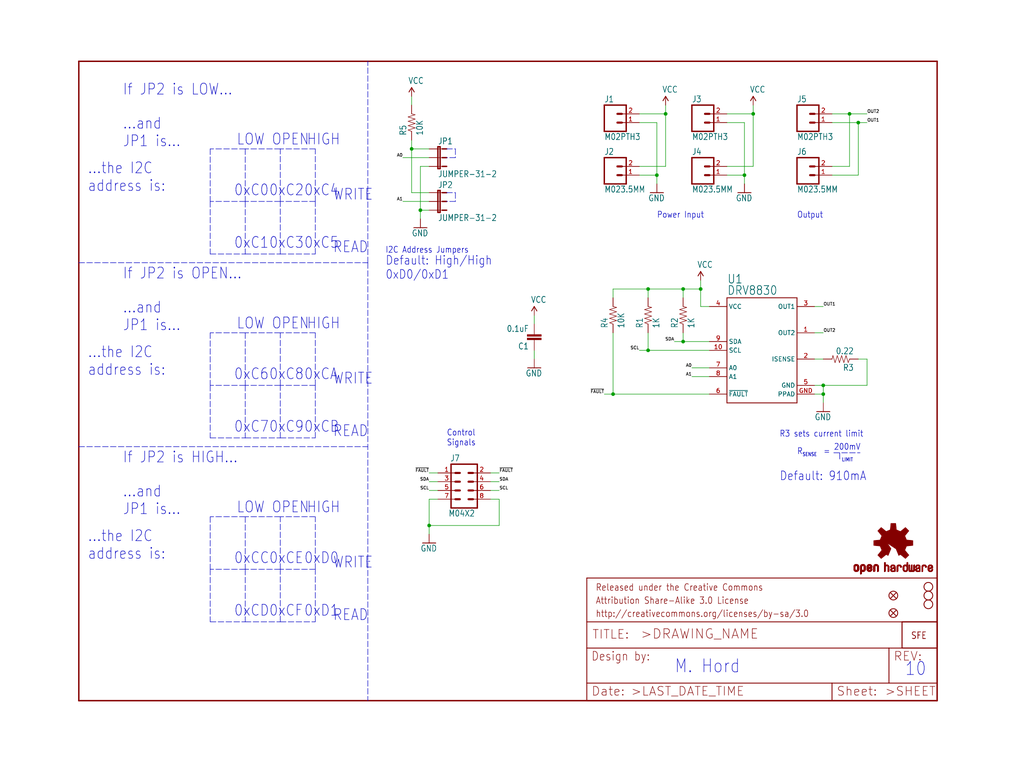
<source format=kicad_sch>
(kicad_sch (version 20211123) (generator eeschema)
  (paper "User" 297.002 223.926)
  (lib_symbols
    (symbol "schematicEagle-eagle-import:0.1UF-25V(+80{slash}-20%)(0603)"
      (property "Reference" "C" (at 1.524 2.921 0))
      (property "Value" "0.1UF-25V(+80{slash}-20%)(0603)" (at 1.524 -2.159 0))
      (symbol "0.1UF-25V(+80{slash}-20%)(0603)_1_0"
        (pin passive line (at 0 5.08 270) (length 2.54) (name "1") (number "1"))
        (pin passive line (at 0 -2.54 90) (length 2.54) (name "2") (number "2"))
      )
    )
    (symbol "schematicEagle-eagle-import:0.22OHM1{slash}4W1%(0805)"
      (property "Reference" "R" (at -3.81 1.4986 0))
      (property "Value" "0.22OHM1{slash}4W1%(0805)" (at -3.81 -3.302 0))
      (symbol "0.22OHM1{slash}4W1%(0805)_1_0"
        (pin passive line (at -5.08 0 0) (length 2.54) (name "1") (number "1"))
        (pin passive line (at 5.08 0 180) (length 2.54) (name "2") (number "2"))
      )
    )
    (symbol "schematicEagle-eagle-import:10KOHM1{slash}10W1%(0603)0603"
      (property "Reference" "R" (at -3.81 1.4986 0))
      (property "Value" "10KOHM1{slash}10W1%(0603)0603" (at -3.81 -3.302 0))
      (symbol "10KOHM1{slash}10W1%(0603)0603_1_0"
        (pin passive line (at -5.08 0 0) (length 2.54) (name "1") (number "1"))
        (pin passive line (at 5.08 0 180) (length 2.54) (name "2") (number "2"))
      )
    )
    (symbol "schematicEagle-eagle-import:1KOHM1{slash}10W1%(0603)"
      (property "Reference" "R" (at -3.81 1.4986 0))
      (property "Value" "1KOHM1{slash}10W1%(0603)" (at -3.81 -3.302 0))
      (symbol "1KOHM1{slash}10W1%(0603)_1_0"
        (pin passive line (at -5.08 0 0) (length 2.54) (name "1") (number "1"))
        (pin passive line (at 5.08 0 180) (length 2.54) (name "2") (number "2"))
      )
    )
    (symbol "schematicEagle-eagle-import:DRV8830"
      (property "Reference" "U" (at -10.16 19.304 0))
      (property "Value" "DRV8830" (at -10.16 16.002 0))
      (symbol "DRV8830_1_0"
        (pin bidirectional line (at 15.24 5.08 180) (length 5.08) (name "OUT2") (number "1"))
        (pin bidirectional line (at -15.24 0 0) (length 5.08) (name "SCL") (number "10"))
        (pin bidirectional line (at 15.24 -2.54 180) (length 5.08) (name "ISENSE") (number "2"))
        (pin bidirectional line (at 15.24 12.7 180) (length 5.08) (name "OUT1") (number "3"))
        (pin bidirectional line (at -15.24 12.7 0) (length 5.08) (name "VCC") (number "4"))
        (pin bidirectional line (at 15.24 -10.16 180) (length 5.08) (name "GND") (number "5"))
        (pin bidirectional line (at -15.24 -12.7 0) (length 5.08) (name "~{FAULT}") (number "6"))
        (pin bidirectional line (at -15.24 -5.08 0) (length 5.08) (name "A0") (number "7"))
        (pin bidirectional line (at -15.24 -7.62 0) (length 5.08) (name "A1") (number "8"))
        (pin bidirectional line (at -15.24 2.54 0) (length 5.08) (name "SDA") (number "9"))
        (pin bidirectional line (at 15.24 -12.7 180) (length 5.08) (name "PPAD") (number "GND"))
      )
    )
    (symbol "schematicEagle-eagle-import:FIDUCIALUFIDUCIAL")
    (symbol "schematicEagle-eagle-import:FRAME-LETTER"
      (symbol "FRAME-LETTER_2_0"
        (text ">DRAWING_NAME" (at 15.494 17.78 0) (effects (font (size 2.7432 2.7432)) (justify left bottom)))
        (text ">LAST_DATE_TIME" (at 12.7 1.27 0) (effects (font (size 2.54 2.54)) (justify left bottom)))
        (text ">SHEET" (at 86.36 1.27 0) (effects (font (size 2.54 2.54)) (justify left bottom)))
        (text "Attribution Share-Alike 3.0 License" (at 2.54 27.94 0) (effects (font (size 1.9304 1.6408)) (justify left bottom)))
        (text "Date:" (at 1.27 1.27 0) (effects (font (size 2.54 2.54)) (justify left bottom)))
        (text "Design by:" (at 1.27 11.43 0) (effects (font (size 2.54 2.159)) (justify left bottom)))
        (text "http://creativecommons.org/licenses/by-sa/3.0" (at 2.54 24.13 0) (effects (font (size 1.9304 1.6408)) (justify left bottom)))
        (text "Released under the Creative Commons" (at 2.54 31.75 0) (effects (font (size 1.9304 1.6408)) (justify left bottom)))
        (text "REV:" (at 88.9 11.43 0) (effects (font (size 2.54 2.54)) (justify left bottom)))
        (text "Sheet:" (at 72.39 1.27 0) (effects (font (size 2.54 2.54)) (justify left bottom)))
        (text "TITLE:" (at 1.524 17.78 0) (effects (font (size 2.54 2.54)) (justify left bottom)))
      )
    )
    (symbol "schematicEagle-eagle-import:GND" (power)
      (property "Value" "GND" (at -2.54 -2.54 0))
      (symbol "GND_1_0"
        (pin power_in line (at 0 2.54 270) (length 2.54) (name "GND") (number "1"))
      )
    )
    (symbol "schematicEagle-eagle-import:JUMPER-31-2"
      (property "Reference" "JP" (at -1.27 0 90))
      (property "Value" "JUMPER-31-2" (at 8.255 0 90))
      (symbol "JUMPER-31-2_1_0"
        (pin passive line (at 0 -2.54 90) (length 2.54) (name "1") (number "1"))
        (pin passive line (at 2.54 -2.54 90) (length 2.54) (name "2") (number "2"))
        (pin passive line (at 5.08 -2.54 90) (length 2.54) (name "3") (number "3"))
      )
    )
    (symbol "schematicEagle-eagle-import:LOGO-SFESK"
      (symbol "LOGO-SFESK_1_0"
        (text "SFE" (at 0 0 0) (effects (font (size 1.9304 1.6408)) (justify left bottom)))
      )
    )
    (symbol "schematicEagle-eagle-import:M023.5MM"
      (property "Reference" "JP" (at -2.54 5.842 0))
      (property "Value" "M023.5MM" (at -2.54 -5.08 0))
      (symbol "M023.5MM_1_0"
        (pin passive line (at 7.62 0 180) (length 5.08) (name "1") (number "1"))
        (pin passive line (at 7.62 2.54 180) (length 5.08) (name "2") (number "2"))
      )
    )
    (symbol "schematicEagle-eagle-import:M02PTH3"
      (property "Reference" "JP" (at -2.54 5.842 0))
      (property "Value" "M02PTH3" (at -2.54 -5.08 0))
      (symbol "M02PTH3_1_0"
        (pin passive line (at 7.62 0 180) (length 5.08) (name "1") (number "1"))
        (pin passive line (at 7.62 2.54 180) (length 5.08) (name "2") (number "2"))
      )
    )
    (symbol "schematicEagle-eagle-import:M04X2"
      (property "Value" "M04X2" (at -4.572 -7.62 0))
      (symbol "M04X2_1_0"
        (pin passive line (at -7.62 5.08 0) (length 5.08) (name "1") (number "1"))
        (pin passive line (at 7.62 5.08 180) (length 5.08) (name "2") (number "2"))
        (pin passive line (at -7.62 2.54 0) (length 5.08) (name "3") (number "3"))
        (pin passive line (at 7.62 2.54 180) (length 5.08) (name "4") (number "4"))
        (pin passive line (at -7.62 0 0) (length 5.08) (name "5") (number "5"))
        (pin passive line (at 7.62 0 180) (length 5.08) (name "6") (number "6"))
        (pin passive line (at -7.62 -2.54 0) (length 5.08) (name "7") (number "7"))
        (pin passive line (at 7.62 -2.54 180) (length 5.08) (name "8") (number "8"))
      )
    )
    (symbol "schematicEagle-eagle-import:OSHW-LOGOS")
    (symbol "schematicEagle-eagle-import:STAND-OFF")
    (symbol "schematicEagle-eagle-import:VCC" (power)
      (property "Value" "VCC" (at -1.016 3.556 0))
      (symbol "VCC_1_0"
        (pin power_in line (at 0 0 90) (length 2.54) (name "VCC") (number "1"))
      )
    )
  )
  (junction (at 124.46 152.4))
  (junction (at 119.38 43.18))
  (junction (at 218.44 33.02))
  (junction (at 203.2 83.82))
  (junction (at 187.96 101.6))
  (junction (at 177.8 114.3))
  (junction (at 121.92 60.96))
  (junction (at 215.9 50.8))
  (junction (at 198.12 99.06))
  (junction (at 198.12 83.82))
  (junction (at 248.92 35.56))
  (junction (at 190.5 50.8))
  (junction (at 193.04 33.02))
  (junction (at 246.38 33.02))
  (junction (at 187.96 83.82))
  (junction (at 238.76 111.76))
  (junction (at 238.76 114.3))
  (wire (pts (xy 124.46 58.42) (xy 116.84 58.42)))
  (wire (pts (xy 190.5 50.8) (xy 190.5 53.34)))
  (polyline (pts (xy 60.96 180.34) (xy 71.12 180.34)))
  (wire (pts (xy 187.96 101.6) (xy 185.42 101.6)))
  (polyline (pts (xy 106.68 76.2) (xy 106.68 203.2)))
  (polyline (pts (xy 91.44 111.76) (xy 91.44 96.52)))
  (wire (pts (xy 236.22 88.9) (xy 238.76 88.9)))
  (wire (pts (xy 246.38 48.26) (xy 241.3 48.26)))
  (polyline (pts (xy 106.68 76.2) (xy 106.68 17.78)))
  (wire (pts (xy 246.38 33.02) (xy 246.38 48.26)))
  (polyline (pts (xy 60.96 96.52) (xy 60.96 111.76)))
  (wire (pts (xy 177.8 96.52) (xy 177.8 114.3)))
  (polyline (pts (xy 81.28 180.34) (xy 91.44 180.34)))
  (wire (pts (xy 246.38 33.02) (xy 251.46 33.02)))
  (wire (pts (xy 127 142.24) (xy 124.46 142.24)))
  (wire (pts (xy 198.12 99.06) (xy 195.58 99.06)))
  (polyline (pts (xy 91.44 180.34) (xy 91.44 165.1)))
  (wire (pts (xy 215.9 53.34) (xy 215.9 50.8)))
  (polyline (pts (xy 132.08 45.72) (xy 129.54 45.72)))
  (wire (pts (xy 185.42 50.8) (xy 190.5 50.8)))
  (wire (pts (xy 210.82 48.26) (xy 218.44 48.26)))
  (wire (pts (xy 124.46 152.4) (xy 124.46 154.94)))
  (wire (pts (xy 238.76 114.3) (xy 238.76 116.84)))
  (wire (pts (xy 119.38 43.18) (xy 124.46 43.18)))
  (polyline (pts (xy 91.44 149.86) (xy 81.28 149.86)))
  (wire (pts (xy 198.12 83.82) (xy 203.2 83.82)))
  (polyline (pts (xy 60.96 165.1) (xy 60.96 180.34)))
  (wire (pts (xy 127 139.7) (xy 124.46 139.7)))
  (polyline (pts (xy 71.12 149.86) (xy 71.12 165.1)))
  (wire (pts (xy 251.46 111.76) (xy 238.76 111.76)))
  (polyline (pts (xy 132.08 43.18) (xy 132.08 45.72)))
  (polyline (pts (xy 91.44 73.66) (xy 91.44 58.42)))
  (polyline (pts (xy 71.12 43.18) (xy 60.96 43.18)))
  (wire (pts (xy 121.92 48.26) (xy 121.92 60.96)))
  (wire (pts (xy 187.96 83.82) (xy 177.8 83.82)))
  (polyline (pts (xy 81.28 58.42) (xy 71.12 58.42)))
  (wire (pts (xy 205.74 106.68) (xy 200.66 106.68)))
  (polyline (pts (xy 60.96 58.42) (xy 60.96 73.66)))
  (wire (pts (xy 121.92 60.96) (xy 124.46 60.96)))
  (polyline (pts (xy 81.28 58.42) (xy 81.28 43.18)))
  (wire (pts (xy 210.82 35.56) (xy 215.9 35.56)))
  (polyline (pts (xy 60.96 73.66) (xy 71.12 73.66)))
  (polyline (pts (xy 91.44 127) (xy 91.44 111.76)))
  (wire (pts (xy 142.24 137.16) (xy 144.78 137.16)))
  (polyline (pts (xy 71.12 111.76) (xy 60.96 111.76)))
  (polyline (pts (xy 71.12 73.66) (xy 81.28 73.66)))
  (wire (pts (xy 142.24 144.78) (xy 144.78 144.78)))
  (wire (pts (xy 248.92 50.8) (xy 248.92 35.56)))
  (polyline (pts (xy 81.28 127) (xy 81.28 111.76)))
  (polyline (pts (xy 81.28 73.66) (xy 91.44 73.66)))
  (wire (pts (xy 203.2 83.82) (xy 203.2 81.28)))
  (wire (pts (xy 119.38 55.88) (xy 119.38 43.18)))
  (wire (pts (xy 142.24 139.7) (xy 144.78 139.7)))
  (polyline (pts (xy 81.28 111.76) (xy 81.28 96.52)))
  (wire (pts (xy 205.74 88.9) (xy 203.2 88.9)))
  (polyline (pts (xy 71.12 165.1) (xy 60.96 165.1)))
  (wire (pts (xy 119.38 40.64) (xy 119.38 43.18)))
  (wire (pts (xy 198.12 96.52) (xy 198.12 99.06)))
  (polyline (pts (xy 129.54 55.88) (xy 132.08 55.88)))
  (wire (pts (xy 177.8 83.82) (xy 177.8 86.36)))
  (polyline (pts (xy 81.28 180.34) (xy 81.28 165.1)))
  (wire (pts (xy 187.96 96.52) (xy 187.96 101.6)))
  (polyline (pts (xy 129.54 43.18) (xy 132.08 43.18)))
  (wire (pts (xy 241.3 33.02) (xy 246.38 33.02)))
  (wire (pts (xy 236.22 114.3) (xy 238.76 114.3)))
  (wire (pts (xy 124.46 45.72) (xy 116.84 45.72)))
  (polyline (pts (xy 81.28 165.1) (xy 81.28 149.86)))
  (polyline (pts (xy 71.12 58.42) (xy 71.12 73.66)))
  (wire (pts (xy 124.46 55.88) (xy 119.38 55.88)))
  (wire (pts (xy 185.42 33.02) (xy 193.04 33.02)))
  (wire (pts (xy 127 144.78) (xy 124.46 144.78)))
  (wire (pts (xy 205.74 109.22) (xy 200.66 109.22)))
  (wire (pts (xy 142.24 142.24) (xy 144.78 142.24)))
  (polyline (pts (xy 132.08 58.42) (xy 129.54 58.42)))
  (wire (pts (xy 190.5 35.56) (xy 190.5 50.8)))
  (polyline (pts (xy 91.44 43.18) (xy 81.28 43.18)))
  (polyline (pts (xy 60.96 111.76) (xy 60.96 127)))
  (wire (pts (xy 203.2 88.9) (xy 203.2 83.82)))
  (polyline (pts (xy 71.12 96.52) (xy 71.12 111.76)))
  (polyline (pts (xy 91.44 165.1) (xy 81.28 165.1)))
  (wire (pts (xy 193.04 48.26) (xy 193.04 33.02)))
  (wire (pts (xy 185.42 48.26) (xy 193.04 48.26)))
  (wire (pts (xy 238.76 111.76) (xy 236.22 111.76)))
  (polyline (pts (xy 71.12 58.42) (xy 60.96 58.42)))
  (wire (pts (xy 144.78 152.4) (xy 144.78 144.78)))
  (wire (pts (xy 236.22 104.14) (xy 238.76 104.14)))
  (wire (pts (xy 177.8 114.3) (xy 205.74 114.3)))
  (polyline (pts (xy 71.12 96.52) (xy 60.96 96.52)))
  (polyline (pts (xy 71.12 165.1) (xy 71.12 180.34)))
  (wire (pts (xy 251.46 104.14) (xy 251.46 111.76)))
  (wire (pts (xy 121.92 63.5) (xy 121.92 60.96)))
  (wire (pts (xy 187.96 101.6) (xy 205.74 101.6)))
  (wire (pts (xy 185.42 35.56) (xy 190.5 35.56)))
  (polyline (pts (xy 60.96 127) (xy 71.12 127)))
  (polyline (pts (xy 81.28 96.52) (xy 71.12 96.52)))
  (polyline (pts (xy 22.86 76.2) (xy 106.68 76.2)))
  (polyline (pts (xy 71.12 127) (xy 81.28 127)))
  (wire (pts (xy 238.76 114.3) (xy 238.76 111.76)))
  (wire (pts (xy 127 137.16) (xy 124.46 137.16)))
  (wire (pts (xy 154.94 101.6) (xy 154.94 104.14)))
  (wire (pts (xy 210.82 33.02) (xy 218.44 33.02)))
  (wire (pts (xy 198.12 83.82) (xy 187.96 83.82)))
  (wire (pts (xy 248.92 104.14) (xy 251.46 104.14)))
  (wire (pts (xy 198.12 86.36) (xy 198.12 83.82)))
  (polyline (pts (xy 81.28 43.18) (xy 71.12 43.18)))
  (wire (pts (xy 193.04 33.02) (xy 193.04 30.48)))
  (wire (pts (xy 218.44 48.26) (xy 218.44 33.02)))
  (polyline (pts (xy 132.08 55.88) (xy 132.08 58.42)))
  (wire (pts (xy 215.9 35.56) (xy 215.9 50.8)))
  (wire (pts (xy 248.92 35.56) (xy 251.46 35.56)))
  (wire (pts (xy 241.3 50.8) (xy 248.92 50.8)))
  (wire (pts (xy 215.9 50.8) (xy 210.82 50.8)))
  (polyline (pts (xy 71.12 180.34) (xy 81.28 180.34)))
  (wire (pts (xy 119.38 27.94) (xy 119.38 30.48)))
  (wire (pts (xy 187.96 83.82) (xy 187.96 86.36)))
  (polyline (pts (xy 81.28 149.86) (xy 71.12 149.86)))
  (polyline (pts (xy 81.28 165.1) (xy 71.12 165.1)))
  (wire (pts (xy 124.46 144.78) (xy 124.46 152.4)))
  (wire (pts (xy 236.22 96.52) (xy 238.76 96.52)))
  (polyline (pts (xy 91.44 165.1) (xy 91.44 149.86)))
  (polyline (pts (xy 71.12 149.86) (xy 60.96 149.86)))
  (polyline (pts (xy 71.12 111.76) (xy 71.12 127)))
  (wire (pts (xy 198.12 99.06) (xy 205.74 99.06)))
  (wire (pts (xy 154.94 93.98) (xy 154.94 91.44)))
  (polyline (pts (xy 60.96 149.86) (xy 60.96 165.1)))
  (polyline (pts (xy 22.86 129.54) (xy 106.68 129.54)))
  (polyline (pts (xy 60.96 43.18) (xy 60.96 58.42)))
  (polyline (pts (xy 81.28 73.66) (xy 81.28 58.42)))
  (wire (pts (xy 248.92 35.56) (xy 241.3 35.56)))
  (wire (pts (xy 218.44 33.02) (xy 218.44 30.48)))
  (polyline (pts (xy 81.28 111.76) (xy 71.12 111.76)))
  (wire (pts (xy 124.46 152.4) (xy 144.78 152.4)))
  (polyline (pts (xy 241.808 131.318) (xy 249.428 131.318)))
  (polyline (pts (xy 91.44 96.52) (xy 81.28 96.52)))
  (polyline (pts (xy 91.44 58.42) (xy 91.44 43.18)))
  (polyline (pts (xy 81.28 127) (xy 91.44 127)))
  (polyline (pts (xy 91.44 58.42) (xy 81.28 58.42)))
  (wire (pts (xy 177.8 114.3) (xy 175.26 114.3)))
  (wire (pts (xy 124.46 48.26) (xy 121.92 48.26)))
  (polyline (pts (xy 71.12 43.18) (xy 71.12 58.42)))
  (polyline (pts (xy 91.44 111.76) (xy 81.28 111.76)))
  (text "HIGH" (at 88.9 95.758 180) (effects (font (size 3.175 2.6987)) (justify left bottom)))
  (text "HIGH" (at 88.9 42.418 180) (effects (font (size 3.175 2.6987)) (justify left bottom)))
  (text "READ" (at 96.52 180.34 180) (effects (font (size 3.175 2.6987)) (justify left bottom)))
  (text "...and\nJP1 is..." (at 35.56 42.926 180) (effects (font (size 3.175 2.6987)) (justify left bottom)))
  (text "Default: High/High\n0xD0/0xD1" (at 111.76 81.28 180) (effects (font (size 2.54 2.159)) (justify left bottom)))
  (text "0xCC" (at 67.818 163.83 180) (effects (font (size 3.175 2.6987)) (justify left bottom)))
  (text "Control\nSignals" (at 129.54 129.54 180) (effects (font (size 1.778 1.5113)) (justify left bottom)))
  (text "LOW" (at 68.58 42.418 180) (effects (font (size 3.175 2.6987)) (justify left bottom)))
  (text "READ" (at 96.52 127 180) (effects (font (size 3.175 2.6987)) (justify left bottom)))
  (text "0xC6" (at 67.818 110.49 180) (effects (font (size 3.175 2.6987)) (justify left bottom)))
  (text "LOW" (at 68.58 95.758 180) (effects (font (size 3.175 2.6987)) (justify left bottom)))
  (text "...and\nJP1 is..." (at 35.56 149.606 180) (effects (font (size 3.175 2.6987)) (justify left bottom)))
  (text "0xC7" (at 67.818 125.73 180) (effects (font (size 3.175 2.6987)) (justify left bottom)))
  (text "If JP2 is HIGH..." (at 35.56 134.62 180) (effects (font (size 3.175 2.6987)) (justify left bottom)))
  (text "WRITE" (at 96.52 165.1 180) (effects (font (size 3.175 2.6987)) (justify left bottom)))
  (text "0xCD" (at 67.818 179.07 180) (effects (font (size 3.175 2.6987)) (justify left bottom)))
  (text "0xCF" (at 77.978 179.07 180) (effects (font (size 3.175 2.6987)) (justify left bottom)))
  (text "Power Input" (at 190.5 63.5 180) (effects (font (size 1.778 1.5113)) (justify left bottom)))
  (text "If JP2 is OPEN..." (at 35.56 81.28 180) (effects (font (size 3.175 2.6987)) (justify left bottom)))
  (text "0xD1" (at 88.138 179.07 180) (effects (font (size 3.175 2.6987)) (justify left bottom)))
  (text "SENSE" (at 232.664 132.588 180) (effects (font (size 1.016 0.8636)) (justify left bottom)))
  (text "0xCA" (at 88.138 110.49 180) (effects (font (size 3.175 2.6987)) (justify left bottom)))
  (text "0xC3" (at 77.978 72.39 180) (effects (font (size 3.175 2.6987)) (justify left bottom)))
  (text "M. Hord" (at 195.58 195.58 180) (effects (font (size 3.81 3.2385)) (justify left bottom)))
  (text "Default: 910mA" (at 226.06 139.7 180) (effects (font (size 2.54 2.159)) (justify left bottom)))
  (text "WRITE" (at 96.52 111.76 180) (effects (font (size 3.175 2.6987)) (justify left bottom)))
  (text "If JP2 is LOW..." (at 35.56 27.94 180) (effects (font (size 3.175 2.6987)) (justify left bottom)))
  (text "LOW" (at 68.58 149.098 180) (effects (font (size 3.175 2.6987)) (justify left bottom)))
  (text "0xCB" (at 88.138 125.73 180) (effects (font (size 3.175 2.6987)) (justify left bottom)))
  (text "LIMIT" (at 244.094 134.112 180) (effects (font (size 1.016 0.8636)) (justify left bottom)))
  (text "0xCE" (at 77.978 163.83 180) (effects (font (size 3.175 2.6987)) (justify left bottom)))
  (text "...and\nJP1 is..." (at 35.56 96.266 180) (effects (font (size 3.175 2.6987)) (justify left bottom)))
  (text "WRITE" (at 96.52 58.42 180) (effects (font (size 3.175 2.6987)) (justify left bottom)))
  (text "0xD0" (at 88.138 163.83 180) (effects (font (size 3.175 2.6987)) (justify left bottom)))
  (text "0xC1" (at 67.818 72.39 180) (effects (font (size 3.175 2.6987)) (justify left bottom)))
  (text "...the I2C\naddress is:" (at 25.4 55.88 180) (effects (font (size 3.175 2.6987)) (justify left bottom)))
  (text "200mV" (at 241.808 130.81 180) (effects (font (size 1.778 1.5113)) (justify left bottom)))
  (text "Output" (at 231.14 63.5 180) (effects (font (size 1.778 1.5113)) (justify left bottom)))
  (text "OPEN" (at 78.74 42.418 180) (effects (font (size 3.175 2.6987)) (justify left bottom)))
  (text "I" (at 243.078 133.604 180) (effects (font (size 1.778 1.5113)) (justify left bottom)))
  (text "R3 sets current limit" (at 226.06 127 180) (effects (font (size 1.778 1.5113)) (justify left bottom)))
  (text "0xC5" (at 88.138 72.39 180) (effects (font (size 3.175 2.6987)) (justify left bottom)))
  (text "0xC9" (at 77.978 125.73 180) (effects (font (size 3.175 2.6987)) (justify left bottom)))
  (text "0xC2" (at 77.978 57.15 180) (effects (font (size 3.175 2.6987)) (justify left bottom)))
  (text "OPEN" (at 78.74 95.758 180) (effects (font (size 3.175 2.6987)) (justify left bottom)))
  (text "OPEN" (at 78.74 149.098 180) (effects (font (size 3.175 2.6987)) (justify left bottom)))
  (text "0xC0" (at 67.818 57.15 180) (effects (font (size 3.175 2.6987)) (justify left bottom)))
  (text "HIGH" (at 88.9 149.098 180) (effects (font (size 3.175 2.6987)) (justify left bottom)))
  (text "...the I2C\naddress is:" (at 25.4 109.22 180) (effects (font (size 3.175 2.6987)) (justify left bottom)))
  (text "I2C Address Jumpers" (at 111.76 73.66 180) (effects (font (size 1.778 1.5113)) (justify left bottom)))
  (text "0xC8" (at 77.978 110.49 180) (effects (font (size 3.175 2.6987)) (justify left bottom)))
  (text "R" (at 231.14 132.08 180) (effects (font (size 1.778 1.5113)) (justify left bottom)))
  (text "10" (at 262.382 196.342 180) (effects (font (size 3.81 3.2385)) (justify left bottom)))
  (text "...the I2C\naddress is:" (at 25.4 162.56 180) (effects (font (size 3.175 2.6987)) (justify left bottom)))
  (text "0xC4" (at 88.138 57.15 180) (effects (font (size 3.175 2.6987)) (justify left bottom)))
  (text "READ" (at 96.52 73.66 180) (effects (font (size 3.175 2.6987)) (justify left bottom)))
  (text "=" (at 238.76 132.08 180) (effects (font (size 1.778 1.5113)) (justify left bottom)))
  (label "A1" (at 200.66 109.22 180) (effects (font (size 0.889 0.889))))
  (label "SCL" (at 124.46 142.24 180) (effects (font (size 0.889 0.889))))
  (label "~{FAULT}" (at 175.26 114.3 180) (effects (font (size 0.889 0.889))))
  (label "A0" (at 200.66 106.68 180) (effects (font (size 0.889 0.889))))
  (label "~{FAULT}" (at 124.46 137.16 180) (effects (font (size 0.889 0.889))))
  (label "A0" (at 116.84 45.72 180) (effects (font (size 0.889 0.889))))
  (label "SCL" (at 185.42 101.6 180) (effects (font (size 0.889 0.889))))
  (label "SDA" (at 195.58 99.06 180) (effects (font (size 0.889 0.889))))
  (label "OUT2" (at 238.76 96.52 0) (effects (font (size 0.889 0.889))))
  (label "OUT1" (at 238.76 88.9 0) (effects (font (size 0.889 0.889))))
  (label "SCL" (at 144.78 142.24 0) (effects (font (size 0.889 0.889))))
  (label "SDA" (at 144.78 139.7 0) (effects (font (size 0.889 0.889))))
  (label "A1" (at 116.84 58.42 180) (effects (font (size 0.889 0.889))))
  (label "OUT2" (at 251.46 33.02 0) (effects (font (size 0.889 0.889))))
  (label "OUT1" (at 251.46 35.56 0) (effects (font (size 0.889 0.889))))
  (label "SDA" (at 124.46 139.7 180) (effects (font (size 0.889 0.889))))
  (label "~{FAULT}" (at 144.78 137.16 0) (effects (font (size 0.889 0.889))))
  (symbol (lib_id "schematicEagle-eagle-import:1KOHM1{slash}10W1%(0603)") (at 187.96 91.44 90) (unit 1)
    (property "Reference" "R1" (at 186.4614 95.25 0) (effects (font (size 1.778 1.5113)) (justify left bottom)))
    (property "Value" "1K" (at 191.262 95.25 0) (effects (font (size 1.778 1.5113)) (justify left bottom)))
    (property "Footprint" "schematicEagle:0603-RES" (effects hide))
  )
  (symbol (lib_id "schematicEagle-eagle-import:STAND-OFF") (at 269.24 175.26 0) (unit 1)
    (property "Reference" "STANDOFF3" (effects hide))
    (property "Value" "STAND-OFF" (effects hide))
    (property "Footprint" "schematicEagle:STAND-OFF" (effects hide))
  )
  (symbol (lib_id "schematicEagle-eagle-import:M023.5MM") (at 177.8 50.8 0) (unit 1)
    (property "Reference" "J2" (at 175.26 44.958 0) (effects (font (size 1.778 1.5113)) (justify left bottom)))
    (property "Value" "M023.5MM" (at 175.26 55.88 0) (effects (font (size 1.778 1.5113)) (justify left bottom)))
    (property "Footprint" "schematicEagle:SCREWTERMINAL-3.5MM-2" (effects hide))
  )
  (symbol (lib_id "schematicEagle-eagle-import:10KOHM1{slash}10W1%(0603)0603") (at 119.38 35.56 90) (unit 1)
    (property "Reference" "R5" (at 117.8814 39.37 0) (effects (font (size 1.778 1.5113)) (justify left bottom)))
    (property "Value" "10K" (at 122.682 39.37 0) (effects (font (size 1.778 1.5113)) (justify left bottom)))
    (property "Footprint" "schematicEagle:0603-RES" (effects hide))
  )
  (symbol (lib_id "schematicEagle-eagle-import:GND") (at 154.94 106.68 0) (unit 1)
    (property "Reference" "#GND3" (effects hide))
    (property "Value" "GND" (at 152.4 109.22 0) (effects (font (size 1.778 1.5113)) (justify left bottom)))
    (property "Footprint" "schematicEagle:" (effects hide))
  )
  (symbol (lib_id "schematicEagle-eagle-import:STAND-OFF") (at 269.24 170.18 0) (unit 1)
    (property "Reference" "STANDOFF1" (effects hide))
    (property "Value" "STAND-OFF" (effects hide))
    (property "Footprint" "schematicEagle:STAND-OFF" (effects hide))
  )
  (symbol (lib_id "schematicEagle-eagle-import:JUMPER-31-2") (at 127 55.88 270) (unit 1)
    (property "Reference" "JP2" (at 127 54.61 90) (effects (font (size 1.778 1.5113)) (justify left bottom)))
    (property "Value" "JUMPER-31-2" (at 127 64.135 90) (effects (font (size 1.778 1.5113)) (justify left bottom)))
    (property "Footprint" "schematicEagle:SJ_3_PASTE1&2" (effects hide))
  )
  (symbol (lib_id "schematicEagle-eagle-import:VCC") (at 203.2 81.28 0) (unit 1)
    (property "Reference" "#SUPPLY1" (effects hide))
    (property "Value" "VCC" (at 202.184 77.724 0) (effects (font (size 1.778 1.5113)) (justify left bottom)))
    (property "Footprint" "schematicEagle:" (effects hide))
  )
  (symbol (lib_id "schematicEagle-eagle-import:10KOHM1{slash}10W1%(0603)0603") (at 177.8 91.44 90) (unit 1)
    (property "Reference" "R4" (at 176.3014 95.25 0) (effects (font (size 1.778 1.5113)) (justify left bottom)))
    (property "Value" "10K" (at 181.102 95.25 0) (effects (font (size 1.778 1.5113)) (justify left bottom)))
    (property "Footprint" "schematicEagle:0603-RES" (effects hide))
  )
  (symbol (lib_id "schematicEagle-eagle-import:M04X2") (at 134.62 142.24 0) (unit 1)
    (property "Reference" "J7" (at 130.556 133.858 0) (effects (font (size 1.778 1.5113)) (justify left bottom)))
    (property "Value" "M04X2" (at 130.048 149.86 0) (effects (font (size 1.778 1.5113)) (justify left bottom)))
    (property "Footprint" "schematicEagle:2X4" (effects hide))
  )
  (symbol (lib_id "schematicEagle-eagle-import:GND") (at 215.9 55.88 0) (unit 1)
    (property "Reference" "#GND5" (effects hide))
    (property "Value" "GND" (at 213.36 58.42 0) (effects (font (size 1.778 1.5113)) (justify left bottom)))
    (property "Footprint" "schematicEagle:" (effects hide))
  )
  (symbol (lib_id "schematicEagle-eagle-import:OSHW-LOGOS") (at 259.08 157.48 0) (unit 1)
    (property "Reference" "LOGO2" (effects hide))
    (property "Value" "OSHW-LOGOS" (effects hide))
    (property "Footprint" "schematicEagle:OSHW-LOGO-S" (effects hide))
  )
  (symbol (lib_id "schematicEagle-eagle-import:VCC") (at 193.04 30.48 0) (unit 1)
    (property "Reference" "#SUPPLY4" (effects hide))
    (property "Value" "VCC" (at 192.024 26.924 0) (effects (font (size 1.778 1.5113)) (justify left bottom)))
    (property "Footprint" "schematicEagle:" (effects hide))
  )
  (symbol (lib_id "schematicEagle-eagle-import:0.1UF-25V(+80{slash}-20%)(0603)") (at 154.94 96.52 180) (unit 1)
    (property "Reference" "C1" (at 153.416 99.441 0) (effects (font (size 1.778 1.5113)) (justify left bottom)))
    (property "Value" "0.1uF" (at 153.416 94.361 0) (effects (font (size 1.778 1.5113)) (justify left bottom)))
    (property "Footprint" "schematicEagle:0603-CAP" (effects hide))
  )
  (symbol (lib_id "schematicEagle-eagle-import:LOGO-SFESK") (at 264.16 185.42 0) (unit 1)
    (property "Reference" "LOGO1" (effects hide))
    (property "Value" "LOGO-SFESK" (effects hide))
    (property "Footprint" "schematicEagle:SFE-LOGO-FLAME" (effects hide))
  )
  (symbol (lib_id "schematicEagle-eagle-import:VCC") (at 218.44 30.48 0) (unit 1)
    (property "Reference" "#SUPPLY5" (effects hide))
    (property "Value" "VCC" (at 217.424 26.924 0) (effects (font (size 1.778 1.5113)) (justify left bottom)))
    (property "Footprint" "schematicEagle:" (effects hide))
  )
  (symbol (lib_id "schematicEagle-eagle-import:GND") (at 190.5 55.88 0) (unit 1)
    (property "Reference" "#GND4" (effects hide))
    (property "Value" "GND" (at 187.96 58.42 0) (effects (font (size 1.778 1.5113)) (justify left bottom)))
    (property "Footprint" "schematicEagle:" (effects hide))
  )
  (symbol (lib_id "schematicEagle-eagle-import:FRAME-LETTER") (at 170.18 203.2 0) (unit 2)
    (property "Reference" "FRAME1" (effects hide))
    (property "Value" "FRAME-LETTER" (effects hide))
    (property "Footprint" "schematicEagle:CREATIVE_COMMONS" (effects hide))
  )
  (symbol (lib_id "schematicEagle-eagle-import:FIDUCIALUFIDUCIAL") (at 259.08 172.72 0) (unit 1)
    (property "Reference" "FID1" (effects hide))
    (property "Value" "FIDUCIALUFIDUCIAL" (effects hide))
    (property "Footprint" "schematicEagle:MICRO-FIDUCIAL" (effects hide))
  )
  (symbol (lib_id "schematicEagle-eagle-import:VCC") (at 154.94 91.44 0) (unit 1)
    (property "Reference" "#SUPPLY2" (effects hide))
    (property "Value" "VCC" (at 153.924 87.884 0) (effects (font (size 1.778 1.5113)) (justify left bottom)))
    (property "Footprint" "schematicEagle:" (effects hide))
  )
  (symbol (lib_id "schematicEagle-eagle-import:STAND-OFF") (at 269.24 172.72 0) (unit 1)
    (property "Reference" "STANDOFF2" (effects hide))
    (property "Value" "STAND-OFF" (effects hide))
    (property "Footprint" "schematicEagle:STAND-OFF" (effects hide))
  )
  (symbol (lib_id "schematicEagle-eagle-import:M02PTH3") (at 203.2 35.56 0) (unit 1)
    (property "Reference" "J3" (at 200.66 29.718 0) (effects (font (size 1.778 1.5113)) (justify left bottom)))
    (property "Value" "M02PTH3" (at 200.66 40.64 0) (effects (font (size 1.778 1.5113)) (justify left bottom)))
    (property "Footprint" "schematicEagle:1X02_LONGPADS" (effects hide))
  )
  (symbol (lib_id "schematicEagle-eagle-import:FRAME-LETTER") (at 22.86 203.2 0) (unit 1)
    (property "Reference" "FRAME1" (effects hide))
    (property "Value" "FRAME-LETTER" (effects hide))
    (property "Footprint" "schematicEagle:CREATIVE_COMMONS" (effects hide))
  )
  (symbol (lib_id "schematicEagle-eagle-import:0.22OHM1{slash}4W1%(0805)") (at 243.84 104.14 180) (unit 1)
    (property "Reference" "R3" (at 247.65 105.6386 0) (effects (font (size 1.778 1.5113)) (justify left bottom)))
    (property "Value" "0.22" (at 247.65 100.838 0) (effects (font (size 1.778 1.5113)) (justify left bottom)))
    (property "Footprint" "schematicEagle:0805" (effects hide))
  )
  (symbol (lib_id "schematicEagle-eagle-import:GND") (at 238.76 119.38 0) (unit 1)
    (property "Reference" "#GND1" (effects hide))
    (property "Value" "GND" (at 236.22 121.92 0) (effects (font (size 1.778 1.5113)) (justify left bottom)))
    (property "Footprint" "schematicEagle:" (effects hide))
  )
  (symbol (lib_id "schematicEagle-eagle-import:FIDUCIALUFIDUCIAL") (at 259.08 177.8 0) (unit 1)
    (property "Reference" "FID2" (effects hide))
    (property "Value" "FIDUCIALUFIDUCIAL" (effects hide))
    (property "Footprint" "schematicEagle:MICRO-FIDUCIAL" (effects hide))
  )
  (symbol (lib_id "schematicEagle-eagle-import:GND") (at 124.46 157.48 0) (unit 1)
    (property "Reference" "#GND6" (effects hide))
    (property "Value" "GND" (at 121.92 160.02 0) (effects (font (size 1.778 1.5113)) (justify left bottom)))
    (property "Footprint" "schematicEagle:" (effects hide))
  )
  (symbol (lib_id "schematicEagle-eagle-import:M02PTH3") (at 177.8 35.56 0) (unit 1)
    (property "Reference" "J1" (at 175.26 29.718 0) (effects (font (size 1.778 1.5113)) (justify left bottom)))
    (property "Value" "M02PTH3" (at 175.26 40.64 0) (effects (font (size 1.778 1.5113)) (justify left bottom)))
    (property "Footprint" "schematicEagle:1X02_LONGPADS" (effects hide))
  )
  (symbol (lib_id "schematicEagle-eagle-import:DRV8830") (at 220.98 101.6 0) (unit 1)
    (property "Reference" "U1" (at 210.82 82.296 0) (effects (font (size 2.54 2.159)) (justify left bottom)))
    (property "Value" "DRV8830" (at 210.82 85.598 0) (effects (font (size 2.54 2.159)) (justify left bottom)))
    (property "Footprint" "schematicEagle:MSOP-10-GNDPAD" (effects hide))
  )
  (symbol (lib_id "schematicEagle-eagle-import:M02PTH3") (at 233.68 35.56 0) (unit 1)
    (property "Reference" "J5" (at 231.14 29.718 0) (effects (font (size 1.778 1.5113)) (justify left bottom)))
    (property "Value" "M02PTH3" (at 231.14 40.64 0) (effects (font (size 1.778 1.5113)) (justify left bottom)))
    (property "Footprint" "schematicEagle:1X02_LONGPADS" (effects hide))
  )
  (symbol (lib_id "schematicEagle-eagle-import:JUMPER-31-2") (at 127 43.18 270) (unit 1)
    (property "Reference" "JP1" (at 127 41.91 90) (effects (font (size 1.778 1.5113)) (justify left bottom)))
    (property "Value" "JUMPER-31-2" (at 127 51.435 90) (effects (font (size 1.778 1.5113)) (justify left bottom)))
    (property "Footprint" "schematicEagle:SJ_3_PASTE1&2" (effects hide))
  )
  (symbol (lib_id "schematicEagle-eagle-import:LOGO-SFESK") (at 264.16 185.42 0) (unit 1)
    (property "Reference" "LOGO3" (effects hide))
    (property "Value" "LOGO-SFESK" (effects hide))
    (property "Footprint" "schematicEagle:SFE-LOGO-FLAME" (effects hide))
  )
  (symbol (lib_id "schematicEagle-eagle-import:GND") (at 121.92 66.04 0) (unit 1)
    (property "Reference" "#GND2" (effects hide))
    (property "Value" "GND" (at 119.38 68.58 0) (effects (font (size 1.778 1.5113)) (justify left bottom)))
    (property "Footprint" "schematicEagle:" (effects hide))
  )
  (symbol (lib_id "schematicEagle-eagle-import:M023.5MM") (at 203.2 50.8 0) (unit 1)
    (property "Reference" "J4" (at 200.66 44.958 0) (effects (font (size 1.778 1.5113)) (justify left bottom)))
    (property "Value" "M023.5MM" (at 200.66 55.88 0) (effects (font (size 1.778 1.5113)) (justify left bottom)))
    (property "Footprint" "schematicEagle:SCREWTERMINAL-3.5MM-2" (effects hide))
  )
  (symbol (lib_id "schematicEagle-eagle-import:VCC") (at 119.38 27.94 0) (unit 1)
    (property "Reference" "#SUPPLY3" (effects hide))
    (property "Value" "VCC" (at 118.364 24.384 0) (effects (font (size 1.778 1.5113)) (justify left bottom)))
    (property "Footprint" "schematicEagle:" (effects hide))
  )
  (symbol (lib_id "schematicEagle-eagle-import:1KOHM1{slash}10W1%(0603)") (at 198.12 91.44 90) (unit 1)
    (property "Reference" "R2" (at 196.6214 95.25 0) (effects (font (size 1.778 1.5113)) (justify left bottom)))
    (property "Value" "1K" (at 201.422 95.25 0) (effects (font (size 1.778 1.5113)) (justify left bottom)))
    (property "Footprint" "schematicEagle:0603-RES" (effects hide))
  )
  (symbol (lib_id "schematicEagle-eagle-import:M023.5MM") (at 233.68 50.8 0) (unit 1)
    (property "Reference" "J6" (at 231.14 44.958 0) (effects (font (size 1.778 1.5113)) (justify left bottom)))
    (property "Value" "M023.5MM" (at 231.14 55.88 0) (effects (font (size 1.778 1.5113)) (justify left bottom)))
    (property "Footprint" "schematicEagle:SCREWTERMINAL-3.5MM-2" (effects hide))
  )
)
</source>
